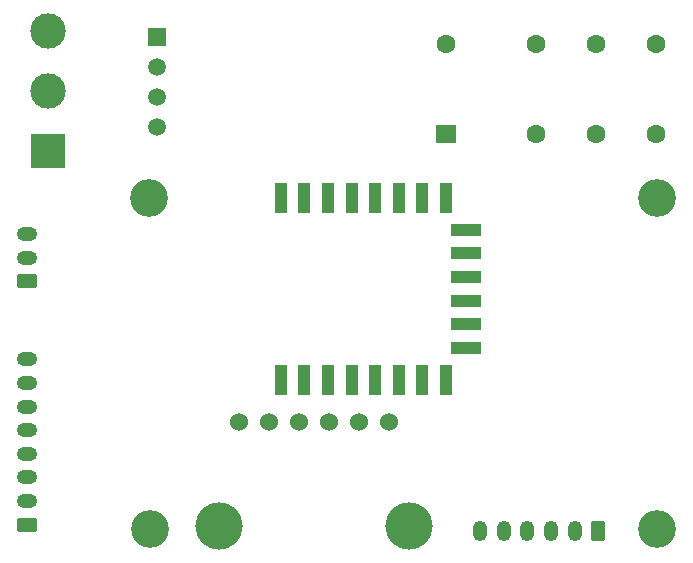
<source format=gbr>
%TF.GenerationSoftware,KiCad,Pcbnew,(6.99.0-3325-gcb6b2da55f)*%
%TF.CreationDate,2023-05-02T13:50:11+02:00*%
%TF.ProjectId,ac-control,61632d63-6f6e-4747-926f-6c2e6b696361,V1.0.0*%
%TF.SameCoordinates,Original*%
%TF.FileFunction,Soldermask,Top*%
%TF.FilePolarity,Negative*%
%FSLAX46Y46*%
G04 Gerber Fmt 4.6, Leading zero omitted, Abs format (unit mm)*
G04 Created by KiCad (PCBNEW (6.99.0-3325-gcb6b2da55f)) date 2023-05-02 13:50:11*
%MOMM*%
%LPD*%
G01*
G04 APERTURE LIST*
G04 Aperture macros list*
%AMRoundRect*
0 Rectangle with rounded corners*
0 $1 Rounding radius*
0 $2 $3 $4 $5 $6 $7 $8 $9 X,Y pos of 4 corners*
0 Add a 4 corners polygon primitive as box body*
4,1,4,$2,$3,$4,$5,$6,$7,$8,$9,$2,$3,0*
0 Add four circle primitives for the rounded corners*
1,1,$1+$1,$2,$3*
1,1,$1+$1,$4,$5*
1,1,$1+$1,$6,$7*
1,1,$1+$1,$8,$9*
0 Add four rect primitives between the rounded corners*
20,1,$1+$1,$2,$3,$4,$5,0*
20,1,$1+$1,$4,$5,$6,$7,0*
20,1,$1+$1,$6,$7,$8,$9,0*
20,1,$1+$1,$8,$9,$2,$3,0*%
G04 Aperture macros list end*
%ADD10C,3.200000*%
%ADD11R,1.100000X2.500000*%
%ADD12R,2.500000X1.100000*%
%ADD13RoundRect,0.250000X0.350000X0.625000X-0.350000X0.625000X-0.350000X-0.625000X0.350000X-0.625000X0*%
%ADD14O,1.200000X1.750000*%
%ADD15RoundRect,0.250000X0.625000X-0.350000X0.625000X0.350000X-0.625000X0.350000X-0.625000X-0.350000X0*%
%ADD16O,1.750000X1.200000*%
%ADD17R,3.000000X3.000000*%
%ADD18C,3.000000*%
%ADD19C,4.000000*%
%ADD20C,1.524000*%
%ADD21C,1.600000*%
%ADD22R,1.800000X1.600000*%
%ADD23R,1.500000X1.500000*%
%ADD24C,1.500000*%
G04 APERTURE END LIST*
D10*
%TO.C,E-Ink Screen*%
X105359200Y-100685600D03*
X105410000Y-128676400D03*
X148386800Y-100685600D03*
X148386800Y-128727200D03*
%TD*%
D11*
%TO.C,U2*%
X116486299Y-116056399D03*
X118486299Y-116056399D03*
X120486299Y-116056399D03*
X122486299Y-116056399D03*
X124486299Y-116056399D03*
X126486299Y-116056399D03*
X128486299Y-116056399D03*
X130486299Y-116056399D03*
X130486299Y-100656399D03*
X128486299Y-100656399D03*
X126486299Y-100656399D03*
X124486299Y-100656399D03*
X122486299Y-100656399D03*
X120486299Y-100656399D03*
X118486299Y-100656399D03*
X116486299Y-100656399D03*
D12*
X132186299Y-113366399D03*
X132186299Y-111366399D03*
X132186299Y-109366399D03*
X132186299Y-107366399D03*
X132186299Y-105366399D03*
X132186299Y-103366399D03*
%TD*%
D13*
%TO.C,J4*%
X143379200Y-128879600D03*
D14*
X141379199Y-128879599D03*
X139379199Y-128879599D03*
X137379199Y-128879599D03*
X135379199Y-128879599D03*
X133379199Y-128879599D03*
%TD*%
D15*
%TO.C,J2*%
X94996000Y-107746800D03*
D16*
X94995999Y-105746799D03*
X94995999Y-103746799D03*
%TD*%
D17*
%TO.C,J5*%
X96799399Y-96723199D03*
D18*
X96799400Y-91643200D03*
X96799400Y-86563200D03*
%TD*%
D16*
%TO.C,J1*%
X95004799Y-114346199D03*
X95004799Y-116346199D03*
X95004799Y-118346199D03*
X95004799Y-120346199D03*
X95004799Y-122346199D03*
X95004799Y-124346199D03*
X95004799Y-126346199D03*
D15*
X95004800Y-128346200D03*
%TD*%
D19*
%TO.C,J3*%
X111269200Y-128454000D03*
X127379200Y-128434000D03*
D20*
X125669200Y-119684000D03*
X123129200Y-119684000D03*
X120589200Y-119684000D03*
X118049200Y-119674000D03*
X115509200Y-119674000D03*
X112969200Y-119674000D03*
%TD*%
D21*
%TO.C,K1*%
X138092500Y-95307500D03*
X143172500Y-95307500D03*
X148252500Y-95307500D03*
X138092500Y-87687500D03*
X143172500Y-87687500D03*
X148252500Y-87687500D03*
D22*
X130472499Y-95307499D03*
D21*
X130472500Y-87687500D03*
%TD*%
D23*
%TO.C,U1*%
X106015499Y-87016299D03*
D24*
X106015500Y-89556300D03*
X106015500Y-92096300D03*
X106015500Y-94636300D03*
%TD*%
M02*

</source>
